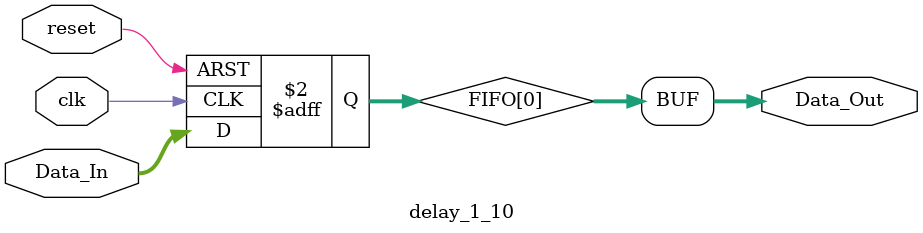
<source format=v>
`timescale 1ns / 1ps


module 
 delay_1_10 #(parameter
	SIG_DATA_WIDTH = 10,
	delay_cycles = 1
	)(
	input clk,
	input reset,
	input [SIG_DATA_WIDTH-1:0] Data_In,
	output [SIG_DATA_WIDTH-1:0] Data_Out
	);
	

	reg	[SIG_DATA_WIDTH-1:0] FIFO  [delay_cycles-1:0] ;
	always @ (posedge clk or posedge reset)
    begin
        if(reset)
		begin
			FIFO[0] <= {SIG_DATA_WIDTH{1'b0}};
		end
		else
		begin
			FIFO[0] <= Data_In;
		end
	end

	assign    Data_Out = FIFO[0];
endmodule
</source>
